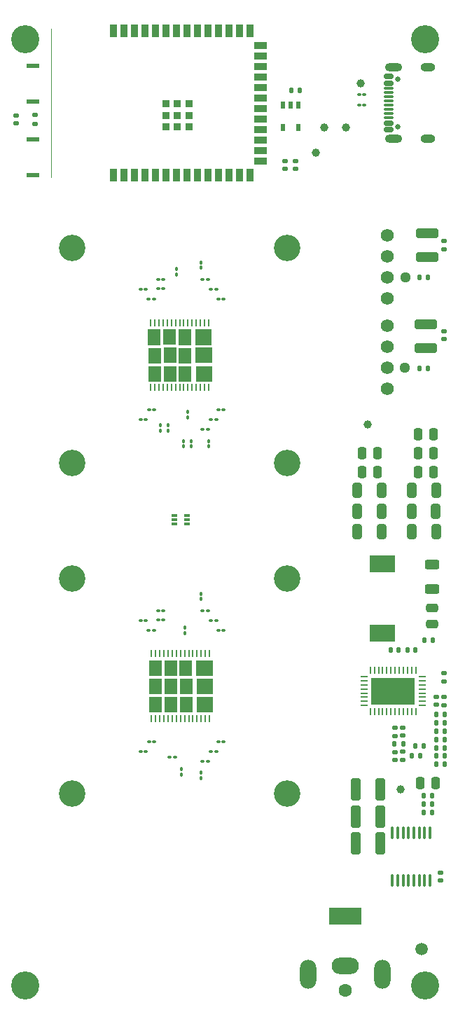
<source format=gbr>
%TF.GenerationSoftware,KiCad,Pcbnew,8.0.4*%
%TF.CreationDate,2024-10-26T18:49:35+02:00*%
%TF.ProjectId,BitForgeNano,42697446-6f72-4676-954e-616e6f2e6b69,rev?*%
%TF.SameCoordinates,Original*%
%TF.FileFunction,Soldermask,Top*%
%TF.FilePolarity,Negative*%
%FSLAX46Y46*%
G04 Gerber Fmt 4.6, Leading zero omitted, Abs format (unit mm)*
G04 Created by KiCad (PCBNEW 8.0.4) date 2024-10-26 18:49:35*
%MOMM*%
%LPD*%
G01*
G04 APERTURE LIST*
G04 Aperture macros list*
%AMRoundRect*
0 Rectangle with rounded corners*
0 $1 Rounding radius*
0 $2 $3 $4 $5 $6 $7 $8 $9 X,Y pos of 4 corners*
0 Add a 4 corners polygon primitive as box body*
4,1,4,$2,$3,$4,$5,$6,$7,$8,$9,$2,$3,0*
0 Add four circle primitives for the rounded corners*
1,1,$1+$1,$2,$3*
1,1,$1+$1,$4,$5*
1,1,$1+$1,$6,$7*
1,1,$1+$1,$8,$9*
0 Add four rect primitives between the rounded corners*
20,1,$1+$1,$2,$3,$4,$5,0*
20,1,$1+$1,$4,$5,$6,$7,0*
20,1,$1+$1,$6,$7,$8,$9,0*
20,1,$1+$1,$8,$9,$2,$3,0*%
G04 Aperture macros list end*
%ADD10C,0.100000*%
%ADD11C,0.120000*%
%ADD12RoundRect,0.140000X0.170000X-0.140000X0.170000X0.140000X-0.170000X0.140000X-0.170000X-0.140000X0*%
%ADD13RoundRect,0.100000X0.100000X-0.637500X0.100000X0.637500X-0.100000X0.637500X-0.100000X-0.637500X0*%
%ADD14C,3.200000*%
%ADD15RoundRect,0.140000X-0.140000X-0.170000X0.140000X-0.170000X0.140000X0.170000X-0.140000X0.170000X0*%
%ADD16C,3.400000*%
%ADD17RoundRect,0.100000X0.100000X-0.130000X0.100000X0.130000X-0.100000X0.130000X-0.100000X-0.130000X0*%
%ADD18RoundRect,0.100000X0.130000X0.100000X-0.130000X0.100000X-0.130000X-0.100000X0.130000X-0.100000X0*%
%ADD19RoundRect,0.100000X-0.130000X-0.100000X0.130000X-0.100000X0.130000X0.100000X-0.130000X0.100000X0*%
%ADD20RoundRect,0.135000X0.135000X0.185000X-0.135000X0.185000X-0.135000X-0.185000X0.135000X-0.185000X0*%
%ADD21C,0.650000*%
%ADD22RoundRect,0.150000X0.425000X-0.150000X0.425000X0.150000X-0.425000X0.150000X-0.425000X-0.150000X0*%
%ADD23RoundRect,0.075000X0.500000X-0.075000X0.500000X0.075000X-0.500000X0.075000X-0.500000X-0.075000X0*%
%ADD24O,2.100000X1.000000*%
%ADD25O,1.800000X1.000000*%
%ADD26RoundRect,0.135000X0.185000X-0.135000X0.185000X0.135000X-0.185000X0.135000X-0.185000X-0.135000X0*%
%ADD27RoundRect,0.250000X0.250000X0.475000X-0.250000X0.475000X-0.250000X-0.475000X0.250000X-0.475000X0*%
%ADD28C,1.600000*%
%ADD29R,4.000000X2.000000*%
%ADD30O,2.000000X3.500000*%
%ADD31O,3.300000X2.000000*%
%ADD32C,1.295400*%
%ADD33C,1.574800*%
%ADD34RoundRect,0.250000X-0.325000X-0.650000X0.325000X-0.650000X0.325000X0.650000X-0.325000X0.650000X0*%
%ADD35RoundRect,0.135000X-0.185000X0.135000X-0.185000X-0.135000X0.185000X-0.135000X0.185000X0.135000X0*%
%ADD36RoundRect,0.135000X-0.135000X-0.185000X0.135000X-0.185000X0.135000X0.185000X-0.135000X0.185000X0*%
%ADD37R,1.524000X0.508000*%
%ADD38RoundRect,0.085000X-0.265000X-0.085000X0.265000X-0.085000X0.265000X0.085000X-0.265000X0.085000X0*%
%ADD39RoundRect,0.062500X-0.062500X0.337500X-0.062500X-0.337500X0.062500X-0.337500X0.062500X0.337500X0*%
%ADD40RoundRect,0.062500X-0.337500X0.062500X-0.337500X-0.062500X0.337500X-0.062500X0.337500X0.062500X0*%
%ADD41C,0.400000*%
%ADD42R,5.300000X3.300000*%
%ADD43C,1.000000*%
%ADD44RoundRect,0.140000X-0.170000X0.140000X-0.170000X-0.140000X0.170000X-0.140000X0.170000X0.140000X0*%
%ADD45R,0.558800X0.952500*%
%ADD46RoundRect,0.250000X-0.250000X-0.475000X0.250000X-0.475000X0.250000X0.475000X-0.250000X0.475000X0*%
%ADD47RoundRect,0.250000X-0.475000X0.250000X-0.475000X-0.250000X0.475000X-0.250000X0.475000X0.250000X0*%
%ADD48RoundRect,0.250000X0.325000X1.100000X-0.325000X1.100000X-0.325000X-1.100000X0.325000X-1.100000X0*%
%ADD49R,0.900000X1.500000*%
%ADD50R,1.500000X0.900000*%
%ADD51R,0.900000X0.900000*%
%ADD52C,1.500000*%
%ADD53R,3.050000X2.000000*%
%ADD54RoundRect,0.250000X0.325000X0.650000X-0.325000X0.650000X-0.325000X-0.650000X0.325000X-0.650000X0*%
%ADD55RoundRect,0.250000X-1.100000X0.325000X-1.100000X-0.325000X1.100000X-0.325000X1.100000X0.325000X0*%
%ADD56RoundRect,0.055250X-0.055250X0.340750X-0.055250X-0.340750X0.055250X-0.340750X0.055250X0.340750X0*%
%ADD57RoundRect,0.250000X-0.625000X0.312500X-0.625000X-0.312500X0.625000X-0.312500X0.625000X0.312500X0*%
%ADD58RoundRect,0.140000X0.140000X0.170000X-0.140000X0.170000X-0.140000X-0.170000X0.140000X-0.170000X0*%
G04 APERTURE END LIST*
D10*
%TO.C,U8*%
X51500000Y-65515000D02*
X51500000Y-47515000D01*
%TO.C,U3*%
D11*
X63280000Y-125680000D02*
X64720000Y-125680000D01*
X64720000Y-123900000D01*
X63280000Y-123900000D01*
X63280000Y-125680000D01*
G36*
X63280000Y-125680000D02*
G01*
X64720000Y-125680000D01*
X64720000Y-123900000D01*
X63280000Y-123900000D01*
X63280000Y-125680000D01*
G37*
X63290000Y-127890000D02*
X64730000Y-127890000D01*
X64730000Y-126110000D01*
X63290000Y-126110000D01*
X63290000Y-127890000D01*
G36*
X63290000Y-127890000D02*
G01*
X64730000Y-127890000D01*
X64730000Y-126110000D01*
X63290000Y-126110000D01*
X63290000Y-127890000D01*
G37*
X63290000Y-130100000D02*
X64730000Y-130100000D01*
X64730000Y-128320000D01*
X63290000Y-128320000D01*
X63290000Y-130100000D01*
G36*
X63290000Y-130100000D02*
G01*
X64730000Y-130100000D01*
X64730000Y-128320000D01*
X63290000Y-128320000D01*
X63290000Y-130100000D01*
G37*
X65150000Y-125670000D02*
X66590000Y-125670000D01*
X66590000Y-123890000D01*
X65150000Y-123890000D01*
X65150000Y-125670000D01*
G36*
X65150000Y-125670000D02*
G01*
X66590000Y-125670000D01*
X66590000Y-123890000D01*
X65150000Y-123890000D01*
X65150000Y-125670000D01*
G37*
X65160000Y-127880000D02*
X66600000Y-127880000D01*
X66600000Y-126100000D01*
X65160000Y-126100000D01*
X65160000Y-127880000D01*
G36*
X65160000Y-127880000D02*
G01*
X66600000Y-127880000D01*
X66600000Y-126100000D01*
X65160000Y-126100000D01*
X65160000Y-127880000D01*
G37*
X65160000Y-130090000D02*
X66600000Y-130090000D01*
X66600000Y-128310000D01*
X65160000Y-128310000D01*
X65160000Y-130090000D01*
G36*
X65160000Y-130090000D02*
G01*
X66600000Y-130090000D01*
X66600000Y-128310000D01*
X65160000Y-128310000D01*
X65160000Y-130090000D01*
G37*
X66990000Y-125680000D02*
X68430000Y-125680000D01*
X68430000Y-123900000D01*
X66990000Y-123900000D01*
X66990000Y-125680000D01*
G36*
X66990000Y-125680000D02*
G01*
X68430000Y-125680000D01*
X68430000Y-123900000D01*
X66990000Y-123900000D01*
X66990000Y-125680000D01*
G37*
X67000000Y-127890000D02*
X68440000Y-127890000D01*
X68440000Y-126110000D01*
X67000000Y-126110000D01*
X67000000Y-127890000D01*
G36*
X67000000Y-127890000D02*
G01*
X68440000Y-127890000D01*
X68440000Y-126110000D01*
X67000000Y-126110000D01*
X67000000Y-127890000D01*
G37*
X67000000Y-130100000D02*
X68440000Y-130100000D01*
X68440000Y-128320000D01*
X67000000Y-128320000D01*
X67000000Y-130100000D01*
G36*
X67000000Y-130100000D02*
G01*
X68440000Y-130100000D01*
X68440000Y-128320000D01*
X67000000Y-128320000D01*
X67000000Y-130100000D01*
G37*
X69020000Y-125680000D02*
X70900000Y-125680000D01*
X70900000Y-123900000D01*
X69020000Y-123900000D01*
X69020000Y-125680000D01*
G36*
X69020000Y-125680000D02*
G01*
X70900000Y-125680000D01*
X70900000Y-123900000D01*
X69020000Y-123900000D01*
X69020000Y-125680000D01*
G37*
X69040000Y-127880000D02*
X70910000Y-127880000D01*
X70910000Y-126100000D01*
X69040000Y-126100000D01*
X69040000Y-127880000D01*
G36*
X69040000Y-127880000D02*
G01*
X70910000Y-127880000D01*
X70910000Y-126100000D01*
X69040000Y-126100000D01*
X69040000Y-127880000D01*
G37*
X69050000Y-130090000D02*
X70920000Y-130090000D01*
X70920000Y-128310000D01*
X69050000Y-128310000D01*
X69050000Y-130090000D01*
G36*
X69050000Y-130090000D02*
G01*
X70920000Y-130090000D01*
X70920000Y-128310000D01*
X69050000Y-128310000D01*
X69050000Y-130090000D01*
G37*
%TO.C,U9*%
X63180000Y-85680000D02*
X64620000Y-85680000D01*
X64620000Y-83900000D01*
X63180000Y-83900000D01*
X63180000Y-85680000D01*
G36*
X63180000Y-85680000D02*
G01*
X64620000Y-85680000D01*
X64620000Y-83900000D01*
X63180000Y-83900000D01*
X63180000Y-85680000D01*
G37*
X63190000Y-87890000D02*
X64630000Y-87890000D01*
X64630000Y-86110000D01*
X63190000Y-86110000D01*
X63190000Y-87890000D01*
G36*
X63190000Y-87890000D02*
G01*
X64630000Y-87890000D01*
X64630000Y-86110000D01*
X63190000Y-86110000D01*
X63190000Y-87890000D01*
G37*
X63190000Y-90100000D02*
X64630000Y-90100000D01*
X64630000Y-88320000D01*
X63190000Y-88320000D01*
X63190000Y-90100000D01*
G36*
X63190000Y-90100000D02*
G01*
X64630000Y-90100000D01*
X64630000Y-88320000D01*
X63190000Y-88320000D01*
X63190000Y-90100000D01*
G37*
X65050000Y-85670000D02*
X66490000Y-85670000D01*
X66490000Y-83890000D01*
X65050000Y-83890000D01*
X65050000Y-85670000D01*
G36*
X65050000Y-85670000D02*
G01*
X66490000Y-85670000D01*
X66490000Y-83890000D01*
X65050000Y-83890000D01*
X65050000Y-85670000D01*
G37*
X65060000Y-87880000D02*
X66500000Y-87880000D01*
X66500000Y-86100000D01*
X65060000Y-86100000D01*
X65060000Y-87880000D01*
G36*
X65060000Y-87880000D02*
G01*
X66500000Y-87880000D01*
X66500000Y-86100000D01*
X65060000Y-86100000D01*
X65060000Y-87880000D01*
G37*
X65060000Y-90090000D02*
X66500000Y-90090000D01*
X66500000Y-88310000D01*
X65060000Y-88310000D01*
X65060000Y-90090000D01*
G36*
X65060000Y-90090000D02*
G01*
X66500000Y-90090000D01*
X66500000Y-88310000D01*
X65060000Y-88310000D01*
X65060000Y-90090000D01*
G37*
X66890000Y-85680000D02*
X68330000Y-85680000D01*
X68330000Y-83900000D01*
X66890000Y-83900000D01*
X66890000Y-85680000D01*
G36*
X66890000Y-85680000D02*
G01*
X68330000Y-85680000D01*
X68330000Y-83900000D01*
X66890000Y-83900000D01*
X66890000Y-85680000D01*
G37*
X66900000Y-87890000D02*
X68340000Y-87890000D01*
X68340000Y-86110000D01*
X66900000Y-86110000D01*
X66900000Y-87890000D01*
G36*
X66900000Y-87890000D02*
G01*
X68340000Y-87890000D01*
X68340000Y-86110000D01*
X66900000Y-86110000D01*
X66900000Y-87890000D01*
G37*
X66900000Y-90100000D02*
X68340000Y-90100000D01*
X68340000Y-88320000D01*
X66900000Y-88320000D01*
X66900000Y-90100000D01*
G36*
X66900000Y-90100000D02*
G01*
X68340000Y-90100000D01*
X68340000Y-88320000D01*
X66900000Y-88320000D01*
X66900000Y-90100000D01*
G37*
X68920000Y-85680000D02*
X70800000Y-85680000D01*
X70800000Y-83900000D01*
X68920000Y-83900000D01*
X68920000Y-85680000D01*
G36*
X68920000Y-85680000D02*
G01*
X70800000Y-85680000D01*
X70800000Y-83900000D01*
X68920000Y-83900000D01*
X68920000Y-85680000D01*
G37*
X68940000Y-87880000D02*
X70810000Y-87880000D01*
X70810000Y-86100000D01*
X68940000Y-86100000D01*
X68940000Y-87880000D01*
G36*
X68940000Y-87880000D02*
G01*
X70810000Y-87880000D01*
X70810000Y-86100000D01*
X68940000Y-86100000D01*
X68940000Y-87880000D01*
G37*
X68950000Y-90090000D02*
X70820000Y-90090000D01*
X70820000Y-88310000D01*
X68950000Y-88310000D01*
X68950000Y-90090000D01*
G36*
X68950000Y-90090000D02*
G01*
X70820000Y-90090000D01*
X70820000Y-88310000D01*
X68950000Y-88310000D01*
X68950000Y-90090000D01*
G37*
%TD*%
D12*
%TO.C,C48*%
X81000000Y-63500000D03*
X81000000Y-64460000D03*
%TD*%
D13*
%TO.C,U4*%
X92725000Y-150482500D03*
X93375000Y-150482500D03*
X94025000Y-150482500D03*
X94675000Y-150482500D03*
X95325000Y-150482500D03*
X95975000Y-150482500D03*
X96625000Y-150482500D03*
X97275000Y-150482500D03*
X97275000Y-144757500D03*
X96625000Y-144757500D03*
X95975000Y-144757500D03*
X95325000Y-144757500D03*
X94675000Y-144757500D03*
X94025000Y-144757500D03*
X93375000Y-144757500D03*
X92725000Y-144757500D03*
%TD*%
D14*
%TO.C,H2*%
X54000000Y-140000000D03*
%TD*%
D15*
%TO.C,C6*%
X96520000Y-141250000D03*
X97480000Y-141250000D03*
%TD*%
%TO.C,C7*%
X96520000Y-140250000D03*
X97480000Y-140250000D03*
%TD*%
D16*
%TO.C,*%
X48300000Y-163200011D03*
%TD*%
D17*
%TO.C,R23*%
X66600000Y-76592500D03*
X66600000Y-77232500D03*
%TD*%
D18*
%TO.C,R38*%
X88680000Y-55500000D03*
X89320000Y-55500000D03*
%TD*%
D14*
%TO.C,H4*%
X54000000Y-114000000D03*
%TD*%
%TO.C,H5*%
X80000000Y-100000000D03*
%TD*%
D19*
%TO.C,C36*%
X72320000Y-133700000D03*
X71680000Y-133700000D03*
%TD*%
D20*
%TO.C,R3*%
X99050000Y-131450000D03*
X98030000Y-131450000D03*
%TD*%
D21*
%TO.C,J5*%
X93330000Y-59415000D03*
X93330000Y-53635000D03*
D22*
X92255000Y-59725000D03*
X92255000Y-58925000D03*
D23*
X92255000Y-57775000D03*
X92255000Y-56775000D03*
X92255000Y-56275000D03*
X92255000Y-55275000D03*
D22*
X92255000Y-54125000D03*
X92255000Y-53325000D03*
X92255000Y-53325000D03*
X92255000Y-54125000D03*
D23*
X92255000Y-54775000D03*
X92255000Y-55775000D03*
X92255000Y-57275000D03*
X92255000Y-58275000D03*
D22*
X92255000Y-58925000D03*
X92255000Y-59725000D03*
D24*
X92830000Y-60845000D03*
D25*
X97010000Y-60845000D03*
D24*
X92830000Y-52205000D03*
D25*
X97010000Y-52205000D03*
%TD*%
D26*
%TO.C,R30*%
X93000000Y-133020000D03*
X93000000Y-132000000D03*
%TD*%
D27*
%TO.C,C77*%
X90950000Y-98850000D03*
X89050000Y-98850000D03*
%TD*%
D28*
%TO.C,J1*%
X87000000Y-163800000D03*
D29*
X87000000Y-154800000D03*
D30*
X82500000Y-161800000D03*
D31*
X87000000Y-160800000D03*
D30*
X91500000Y-161800000D03*
%TD*%
D17*
%TO.C,C16*%
X69600000Y-115835000D03*
X69600000Y-116475000D03*
%TD*%
D18*
%TO.C,C18*%
X69780000Y-117855000D03*
X70420000Y-117855000D03*
%TD*%
D32*
%TO.C,J8*%
X94260001Y-88540000D03*
D33*
X92100000Y-83460000D03*
X92100000Y-86000000D03*
X92100000Y-88540000D03*
X92100000Y-91080000D03*
%TD*%
D20*
%TO.C,R36*%
X97610000Y-121450000D03*
X96590000Y-121450000D03*
%TD*%
D34*
%TO.C,C80*%
X95050000Y-108350000D03*
X98000000Y-108350000D03*
%TD*%
D18*
%TO.C,C62*%
X70780000Y-79012500D03*
X71420000Y-79012500D03*
%TD*%
D19*
%TO.C,C66*%
X71420000Y-94800000D03*
X70780000Y-94800000D03*
%TD*%
D16*
%TO.C,*%
X96700000Y-163200011D03*
%TD*%
D19*
%TO.C,C51*%
X70420000Y-136100000D03*
X69780000Y-136100000D03*
%TD*%
D17*
%TO.C,C68*%
X70500000Y-97380000D03*
X70500000Y-98020000D03*
%TD*%
D18*
%TO.C,C63*%
X71680000Y-80212500D03*
X72320000Y-80212500D03*
%TD*%
D17*
%TO.C,C54*%
X69600000Y-75792500D03*
X69600000Y-76432500D03*
%TD*%
D35*
%TO.C,R8*%
X94000000Y-134930000D03*
X94000000Y-135950000D03*
%TD*%
D36*
%TO.C,R7*%
X98030000Y-136450000D03*
X99050000Y-136450000D03*
%TD*%
D18*
%TO.C,C69*%
X63260000Y-80212500D03*
X63900000Y-80212500D03*
%TD*%
%TO.C,C27*%
X62260000Y-119055000D03*
X62900000Y-119055000D03*
%TD*%
D36*
%TO.C,R9*%
X92990000Y-133960000D03*
X94010000Y-133960000D03*
%TD*%
D17*
%TO.C,R11*%
X67500000Y-97380000D03*
X67500000Y-98020000D03*
%TD*%
D34*
%TO.C,C79*%
X95025000Y-105850000D03*
X97975000Y-105850000D03*
%TD*%
D37*
%TO.C,SW2*%
X49250000Y-65250000D03*
X49250000Y-60932000D03*
%TD*%
D38*
%TO.C,U7*%
X66350000Y-106400000D03*
X66350000Y-106900000D03*
X66350000Y-107400000D03*
X67850000Y-107400000D03*
X67850000Y-106900000D03*
X67850000Y-106400000D03*
%TD*%
D16*
%TO.C,*%
X48300000Y-48800011D03*
%TD*%
D17*
%TO.C,R19*%
X64700000Y-95480000D03*
X64700000Y-96120000D03*
%TD*%
D36*
%TO.C,R6*%
X98030000Y-134450000D03*
X99050000Y-134450000D03*
%TD*%
D15*
%TO.C,C1*%
X94520000Y-122600000D03*
X95480000Y-122600000D03*
%TD*%
D19*
%TO.C,R17*%
X66420000Y-135600000D03*
X65780000Y-135600000D03*
%TD*%
%TO.C,C65*%
X72320000Y-93600000D03*
X71680000Y-93600000D03*
%TD*%
D17*
%TO.C,C52*%
X69600000Y-137480000D03*
X69600000Y-138120000D03*
%TD*%
D18*
%TO.C,C44*%
X63280000Y-133700000D03*
X63920000Y-133700000D03*
%TD*%
D27*
%TO.C,C78*%
X90950000Y-101100000D03*
X89050000Y-101100000D03*
%TD*%
D26*
%TO.C,R41*%
X99000000Y-126410000D03*
X99000000Y-125390000D03*
%TD*%
%TO.C,R21*%
X49500000Y-57990000D03*
X49500000Y-59010000D03*
%TD*%
D39*
%TO.C,U12*%
X95550000Y-125100000D03*
X95050000Y-125100000D03*
X94550000Y-125100000D03*
X94050000Y-125100000D03*
X93550000Y-125100000D03*
X93050000Y-125100000D03*
X92550000Y-125100000D03*
X92050000Y-125100000D03*
X91550000Y-125100000D03*
X91050000Y-125100000D03*
X90550000Y-125100000D03*
X90050000Y-125100000D03*
D40*
X89300000Y-125850000D03*
X89300000Y-126350000D03*
X89300000Y-126850000D03*
X89300000Y-127350000D03*
X89300000Y-127850000D03*
X89300000Y-128350000D03*
X89300000Y-128850000D03*
X89300000Y-129350000D03*
D39*
X90050000Y-130100000D03*
X90550000Y-130100000D03*
X91050000Y-130100000D03*
X91550000Y-130100000D03*
X92050000Y-130100000D03*
X92550000Y-130100000D03*
X93050000Y-130100000D03*
X93550000Y-130100000D03*
X94050000Y-130100000D03*
X94550000Y-130100000D03*
X95050000Y-130100000D03*
X95550000Y-130100000D03*
D40*
X96300000Y-129350000D03*
X96300000Y-128850000D03*
X96300000Y-128350000D03*
X96300000Y-127850000D03*
X96300000Y-127350000D03*
X96300000Y-126850000D03*
X96300000Y-126350000D03*
X96300000Y-125850000D03*
D41*
X94200000Y-126320000D03*
X92800000Y-126320000D03*
X91400000Y-126320000D03*
X95200000Y-127600000D03*
X94200000Y-127600000D03*
X92800000Y-127600000D03*
D42*
X92800000Y-127600000D03*
D41*
X91400000Y-127600000D03*
X90400000Y-127600000D03*
X94200000Y-128880000D03*
X92800000Y-128880000D03*
X91400000Y-128880000D03*
%TD*%
D15*
%TO.C,C10*%
X95520000Y-134200000D03*
X96480000Y-134200000D03*
%TD*%
D43*
%TO.C,TP14*%
X84500000Y-59500000D03*
%TD*%
D36*
%TO.C,R10*%
X98030000Y-135450000D03*
X99050000Y-135450000D03*
%TD*%
D19*
%TO.C,R12*%
X64380000Y-117905000D03*
X65020000Y-117905000D03*
%TD*%
D20*
%TO.C,R2*%
X99050000Y-133450000D03*
X98030000Y-133450000D03*
%TD*%
D44*
%TO.C,C8*%
X93000000Y-134960000D03*
X93000000Y-135920000D03*
%TD*%
D45*
%TO.C,U10*%
X81379600Y-56744100D03*
X80439800Y-56744100D03*
X79500000Y-56744100D03*
X79500000Y-59500000D03*
X81379600Y-59500000D03*
%TD*%
D12*
%TO.C,C57*%
X79750000Y-63500000D03*
X79750000Y-64460000D03*
%TD*%
D43*
%TO.C,TP1*%
X93750000Y-139500000D03*
%TD*%
D44*
%TO.C,C43*%
X99000000Y-74180000D03*
X99000000Y-73220000D03*
%TD*%
D46*
%TO.C,C30*%
X95800000Y-101100000D03*
X97700000Y-101100000D03*
%TD*%
D19*
%TO.C,C38*%
X71420000Y-134900000D03*
X70780000Y-134900000D03*
%TD*%
D20*
%TO.C,R1*%
X99050000Y-130450000D03*
X98030000Y-130450000D03*
%TD*%
D17*
%TO.C,R16*%
X68395000Y-97380000D03*
X68395000Y-98020000D03*
%TD*%
D14*
%TO.C,H7*%
X80000000Y-74000000D03*
%TD*%
D47*
%TO.C,C12*%
X97500000Y-117580000D03*
X97500000Y-119480000D03*
%TD*%
D48*
%TO.C,C4*%
X91225000Y-139500000D03*
X88275000Y-139500000D03*
%TD*%
D18*
%TO.C,C26*%
X70780000Y-119055000D03*
X71420000Y-119055000D03*
%TD*%
D49*
%TO.C,U8*%
X58990000Y-65265000D03*
X60260000Y-65265000D03*
X61530000Y-65265000D03*
X62800000Y-65265000D03*
X64070000Y-65265000D03*
X65340000Y-65265000D03*
X66610000Y-65265000D03*
X67880000Y-65265000D03*
X69150000Y-65265000D03*
X70420000Y-65265000D03*
X71690000Y-65265000D03*
X72960000Y-65265000D03*
X74230000Y-65265000D03*
X75500000Y-65265000D03*
D50*
X76750000Y-63500000D03*
X76750000Y-62230000D03*
X76750000Y-60960000D03*
X76750000Y-59690000D03*
X76750000Y-58420000D03*
X76750000Y-57150000D03*
X76750000Y-55880000D03*
X76750000Y-54610000D03*
X76750000Y-53340000D03*
X76750000Y-52070000D03*
X76750000Y-50800000D03*
X76750000Y-49530000D03*
D49*
X75500000Y-47765000D03*
X74230000Y-47765000D03*
X72960000Y-47765000D03*
X71690000Y-47765000D03*
X70420000Y-47765000D03*
X69150000Y-47765000D03*
X67880000Y-47765000D03*
X66610000Y-47765000D03*
X65340000Y-47765000D03*
X64070000Y-47765000D03*
X62800000Y-47765000D03*
X61530000Y-47765000D03*
X60260000Y-47765000D03*
X58990000Y-47765000D03*
D51*
X65310000Y-59415000D03*
X66710000Y-59415000D03*
X68110000Y-59415000D03*
X65310000Y-58015000D03*
X66710000Y-58015000D03*
X68110000Y-58015000D03*
X65310000Y-56615000D03*
X66710000Y-56615000D03*
X68110000Y-56615000D03*
%TD*%
D17*
%TO.C,R15*%
X68000000Y-93885025D03*
X68000000Y-94525025D03*
%TD*%
D14*
%TO.C,H3*%
X80000000Y-114000000D03*
%TD*%
D20*
%TO.C,R18*%
X95990000Y-77600000D03*
X97010000Y-77600000D03*
%TD*%
D43*
%TO.C,TP15*%
X88900000Y-54100000D03*
%TD*%
D14*
%TO.C,H8*%
X54000000Y-74000000D03*
%TD*%
D52*
%TO.C,TP28*%
X96250000Y-158750000D03*
%TD*%
D18*
%TO.C,C70*%
X62260000Y-79012500D03*
X62900000Y-79012500D03*
%TD*%
D44*
%TO.C,C23*%
X99000000Y-85080000D03*
X99000000Y-84120000D03*
%TD*%
D14*
%TO.C,H6*%
X54000000Y-100000000D03*
%TD*%
D18*
%TO.C,C55*%
X69780000Y-77812500D03*
X70420000Y-77812500D03*
%TD*%
D20*
%TO.C,R20*%
X95980000Y-88600000D03*
X97000000Y-88600000D03*
%TD*%
D18*
%TO.C,R33*%
X64380000Y-78962500D03*
X65020000Y-78962500D03*
%TD*%
%TO.C,C37*%
X62280000Y-134900000D03*
X62920000Y-134900000D03*
%TD*%
D20*
%TO.C,R4*%
X99050000Y-132450000D03*
X98030000Y-132450000D03*
%TD*%
D46*
%TO.C,C20*%
X95800000Y-96600000D03*
X97700000Y-96600000D03*
%TD*%
D43*
%TO.C,TP3*%
X89700000Y-95400000D03*
%TD*%
D19*
%TO.C,C67*%
X70420000Y-96000000D03*
X69780000Y-96000000D03*
%TD*%
D17*
%TO.C,R34*%
X67600000Y-119935000D03*
X67600000Y-120575000D03*
%TD*%
%TO.C,R35*%
X65600000Y-95480000D03*
X65600000Y-96120000D03*
%TD*%
D37*
%TO.C,SW1*%
X49250000Y-56320500D03*
X49250000Y-52002500D03*
%TD*%
D19*
%TO.C,R24*%
X64380000Y-77862500D03*
X65020000Y-77862500D03*
%TD*%
D53*
%TO.C,L1*%
X91500000Y-120600000D03*
X91500000Y-112250000D03*
%TD*%
D35*
%TO.C,R39*%
X99000000Y-128290000D03*
X99000000Y-129310000D03*
%TD*%
D18*
%TO.C,C71*%
X62280000Y-94800000D03*
X62920000Y-94800000D03*
%TD*%
D54*
%TO.C,C73*%
X91450000Y-105850000D03*
X88500000Y-105850000D03*
%TD*%
D12*
%TO.C,C13*%
X98000000Y-129280000D03*
X98000000Y-128320000D03*
%TD*%
%TO.C,C5*%
X94000000Y-132980000D03*
X94000000Y-132020000D03*
%TD*%
D36*
%TO.C,R5*%
X95040000Y-135450000D03*
X96060000Y-135450000D03*
%TD*%
D48*
%TO.C,C3*%
X91225000Y-146000000D03*
X88275000Y-146000000D03*
%TD*%
D55*
%TO.C,C22*%
X96800000Y-86175000D03*
X96800000Y-83225000D03*
%TD*%
D16*
%TO.C,*%
X96700000Y-48799991D03*
%TD*%
D54*
%TO.C,C74*%
X91450000Y-103350000D03*
X88500000Y-103350000D03*
%TD*%
D32*
%TO.C,J6*%
X94298852Y-77559400D03*
D33*
X92138851Y-72479400D03*
X92138851Y-75019400D03*
X92138851Y-77559400D03*
X92138851Y-80099400D03*
%TD*%
D12*
%TO.C,C14*%
X98500000Y-149540000D03*
X98500000Y-150500000D03*
%TD*%
D18*
%TO.C,C28*%
X71680000Y-120255000D03*
X72320000Y-120255000D03*
%TD*%
D14*
%TO.C,H1*%
X80000000Y-140000000D03*
%TD*%
D17*
%TO.C,R40*%
X67250000Y-137030000D03*
X67250000Y-137670000D03*
%TD*%
D46*
%TO.C,C25*%
X95800000Y-98850000D03*
X97700000Y-98850000D03*
%TD*%
D55*
%TO.C,C24*%
X96900000Y-75175000D03*
X96900000Y-72225000D03*
%TD*%
D43*
%TO.C,TP4*%
X83500000Y-62500000D03*
%TD*%
D15*
%TO.C,C9*%
X96520000Y-142250000D03*
X97480000Y-142250000D03*
%TD*%
D54*
%TO.C,C53*%
X91450000Y-108350000D03*
X88500000Y-108350000D03*
%TD*%
D44*
%TO.C,C49*%
X47250000Y-59000500D03*
X47250000Y-58040500D03*
%TD*%
D15*
%TO.C,C56*%
X81480000Y-55000000D03*
X80520000Y-55000000D03*
%TD*%
D46*
%TO.C,C2*%
X96050000Y-138750000D03*
X97950000Y-138750000D03*
%TD*%
D18*
%TO.C,C19*%
X63260000Y-120255000D03*
X63900000Y-120255000D03*
%TD*%
D56*
%TO.C,U3*%
X70614000Y-123084000D03*
X70112000Y-123084000D03*
X69610000Y-123084000D03*
X69108000Y-123084000D03*
X68606000Y-123084000D03*
X68104000Y-123084000D03*
X67602000Y-123084000D03*
X67100000Y-123084000D03*
X66598000Y-123084000D03*
X66096000Y-123084000D03*
X65594000Y-123084000D03*
X65092000Y-123084000D03*
X64590000Y-123084000D03*
X64088000Y-123084000D03*
X63586000Y-123084000D03*
X63586000Y-130916000D03*
X64088000Y-130916000D03*
X64590000Y-130916000D03*
X65092000Y-130916000D03*
X65594000Y-130916000D03*
X66096000Y-130916000D03*
X66598000Y-130916000D03*
X67100000Y-130916000D03*
X67602000Y-130916000D03*
X68104000Y-130916000D03*
X68606000Y-130916000D03*
X69108000Y-130916000D03*
X69610000Y-130916000D03*
X70112000Y-130916000D03*
X70614000Y-130916000D03*
%TD*%
D18*
%TO.C,R13*%
X64380000Y-119005000D03*
X65020000Y-119005000D03*
%TD*%
D48*
%TO.C,C76*%
X91225000Y-142750000D03*
X88275000Y-142750000D03*
%TD*%
D56*
%TO.C,U9*%
X70514000Y-83084000D03*
X70012000Y-83084000D03*
X69510000Y-83084000D03*
X69008000Y-83084000D03*
X68506000Y-83084000D03*
X68004000Y-83084000D03*
X67502000Y-83084000D03*
X67000000Y-83084000D03*
X66498000Y-83084000D03*
X65996000Y-83084000D03*
X65494000Y-83084000D03*
X64992000Y-83084000D03*
X64490000Y-83084000D03*
X63988000Y-83084000D03*
X63486000Y-83084000D03*
X63486000Y-90916000D03*
X63988000Y-90916000D03*
X64490000Y-90916000D03*
X64992000Y-90916000D03*
X65494000Y-90916000D03*
X65996000Y-90916000D03*
X66498000Y-90916000D03*
X67000000Y-90916000D03*
X67502000Y-90916000D03*
X68004000Y-90916000D03*
X68506000Y-90916000D03*
X69008000Y-90916000D03*
X69510000Y-90916000D03*
X70012000Y-90916000D03*
X70514000Y-90916000D03*
%TD*%
D34*
%TO.C,C75*%
X95050000Y-103350000D03*
X98000000Y-103350000D03*
%TD*%
D18*
%TO.C,C72*%
X63280000Y-93600000D03*
X63920000Y-93600000D03*
%TD*%
%TO.C,R37*%
X88680000Y-56750000D03*
X89320000Y-56750000D03*
%TD*%
D57*
%TO.C,R32*%
X97500000Y-112317500D03*
X97500000Y-115242500D03*
%TD*%
D43*
%TO.C,TP13*%
X87100000Y-59500000D03*
%TD*%
D58*
%TO.C,C11*%
X93480000Y-122600000D03*
X92520000Y-122600000D03*
%TD*%
M02*

</source>
